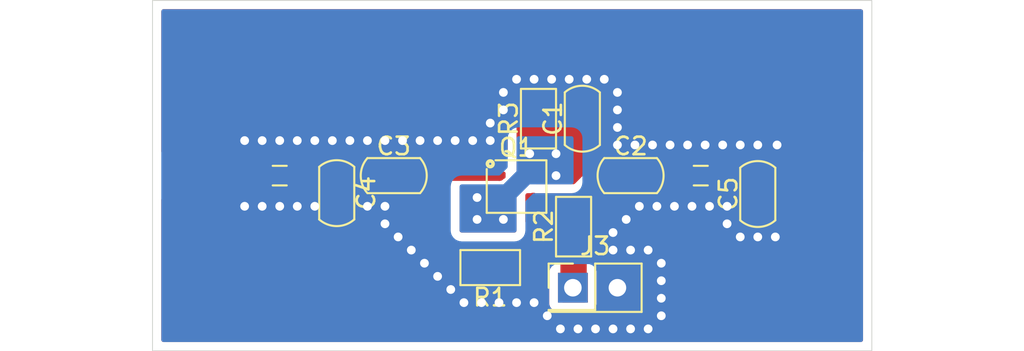
<source format=kicad_pcb>
(kicad_pcb (version 20241229) (generator "pcbnew") (generator_version "9.0")
  (layers (0 "F.Cu" signal) (2 "B.Cu" power) (13 "F.Paste" user) (15 "B.Paste" user) (5 "F.SilkS" user "F.Silkscreen") (7 "B.SilkS" user "B.Silkscreen") (1 "F.Mask" user) (3 "B.Mask" user) (25 "Edge.Cuts" user))
  (net 0 "")
  (net 1 "GND")
  (net 2 "/EMITTER")
  (net 3 "Net-(C2-Pad2)")
  (net 4 "Net-(Q1-C)")
  (net 5 "Net-(Q1-B)")
  (net 6 "Net-(C3-Pad1)")
  (net 7 "Net-(J1-In)")
  (net 8 "Net-(J2-In)")
  (net 9 "5V")
  (footprint "PCM_Capacitor_SMD_AKL:C_0805_2012Metric" (layer "F.Cu") (at 126.25 80)
    (property "Reference" "C3" (at 0 -1.68 0) (layer "F.SilkS"))
    (property "Value" "C_0805" (hide yes))
    (fp_line (start -1.5 1) (end 1.5 1) (stroke (width 0.12)) (layer "F.SilkS"))
    (fp_line (start 1.5 -1) (end -1.5 -1) (stroke (width 0.12)) (layer "F.SilkS"))
    (fp_arc (start -1.5 1) (mid -1.880894 0) (end -1.5 -1) (stroke (width 0.12)) (layer "F.SilkS"))
    (fp_arc (start 1.5 -1) (mid 1.880894 0) (end 1.5 1) (stroke (width 0.12)) (layer "F.SilkS"))
    (pad "1" smd roundrect (at -0.95 0) (size 1 1.45) (layers "F.Cu" "F.Mask" "F.Paste") (net 6 "Net-(C3-Pad1)"))
    (pad "2" smd roundrect (at 0.95 0) (size 1 1.45) (layers "F.Cu" "F.Mask" "F.Paste") (net 5 "Net-(Q1-B)"))
  )
  (footprint "Connector_PinHeader_2.54mm:PinHeader_2x01_P2.54mm_Vertical" (layer "F.Cu") (at 136.46 86.4)
    (property "Reference" "J3" (at 1.27 -2.38 0) (layer "F.SilkS"))
    (property "Value" "Socket_01x02")
    (fp_line (start -1.38 -1.38) (end 0 -1.38) (stroke (width 0.12)) (layer "F.SilkS"))
    (fp_line (start -1.38 0) (end -1.38 -1.38) (stroke (width 0.12)) (layer "F.SilkS"))
    (fp_line (start -1.38 1.27) (end -1.38 1.38) (stroke (width 0.12)) (layer "F.SilkS"))
    (fp_line (start -1.38 1.27) (end 1.27 1.27) (stroke (width 0.12)) (layer "F.SilkS"))
    (fp_line (start -1.38 1.38) (end 3.92 1.38) (stroke (width 0.12)) (layer "F.SilkS"))
    (fp_line (start 1.27 -1.38) (end 3.92 -1.38) (stroke (width 0.12)) (layer "F.SilkS"))
    (fp_line (start 1.27 1.27) (end 1.27 -1.38) (stroke (width 0.12)) (layer "F.SilkS"))
    (fp_line (start 3.92 -1.38) (end 3.92 1.38) (stroke (width 0.12)) (layer "F.SilkS"))
    (pad "1" thru_hole rect (at 0 0) (size 1.7 1.7) (drill 1) (layers "*.Cu" "*.Mask") (net 9 "5V"))
    (pad "2" thru_hole circle (at 2.54 0) (size 1.7 1.7) (drill 1) (layers "*.Cu" "*.Mask") (net 1 "GND"))
  )
  (footprint "PCM_SparkFun-Connector:SMA_Edge_8mm" (layer "F.Cu") (at 150.75 80 -90)
    (property "Reference" "J1")
    (property "Value" "SMA_Edge")
    (pad "1" smd rect (at 0 0 270) (size 1.5 4) (layers "F.Cu" "F.Mask") (net 7 "Net-(J1-In)"))
    (pad "2" smd rect (at -2.54 0 270) (size 1.5 4) (layers "F.Cu" "F.Mask") (net 1 "GND"))
    (pad "2" smd rect (at -2.54 0 270) (size 1.5 4) (layers "B.Cu" "B.Mask") (net 1 "GND"))
    (pad "2" smd rect (at 2.54 0 270) (size 1.5 4) (layers "F.Cu" "F.Mask") (net 1 "GND"))
    (pad "2" smd rect (at 2.54 0 270) (size 1.5 4) (layers "B.Cu" "B.Mask") (net 1 "GND"))
  )
  (footprint "PCM_Resistor_SMD_AKL:R_0805_2012Metric" (layer "F.Cu") (at 134.5 76.75 90)
    (property "Reference" "R3" (at 0 -1.7 90) (layer "F.SilkS"))
    (property "Value" "R_0805" (hide yes))
    (fp_line (start 1.7 -1) (end -1.7 -1) (stroke (width 0.12)) (layer "F.SilkS"))
    (fp_line (start -1.7 -1) (end -1.7 1) (stroke (width 0.12)) (layer "F.SilkS"))
    (fp_line (start 1.7 1) (end 1.7 -1) (stroke (width 0.12)) (layer "F.SilkS"))
    (fp_line (start -1.7 1) (end 1.7 1) (stroke (width 0.12)) (layer "F.SilkS"))
    (pad "1" smd roundrect (at -0.9125 0 90) (size 1.025 1.4) (layers "F.Cu" "F.Mask" "F.Paste") (roundrect_rratio 0.243902) (net 2 "/EMITTER"))
    (pad "2" smd roundrect (at 0.9125 0 90) (size 1.025 1.4) (layers "F.Cu" "F.Mask" "F.Paste") (roundrect_rratio 0.243902) (net 1 "GND"))
  )
  (footprint "PCM_Resistor_SMD_AKL:R_0805_2012Metric" (layer "F.Cu") (at 131.75 85.25 180)
    (property "Reference" "R1" (at 0 -1.7 0) (layer "F.SilkS"))
    (property "Value" "R_0805" (hide yes))
    (fp_line (start 1.7 1) (end 1.7 -1) (stroke (width 0.12)) (layer "F.SilkS"))
    (fp_line (start 1.7 -1) (end -1.7 -1) (stroke (width 0.12)) (layer "F.SilkS"))
    (fp_line (start -1.7 1) (end 1.7 1) (stroke (width 0.12)) (layer "F.SilkS"))
    (fp_line (start -1.7 -1) (end -1.7 1) (stroke (width 0.12)) (layer "F.SilkS"))
    (pad "1" smd roundrect (at -0.9125 0 180) (size 1.025 1.4) (layers "F.Cu" "F.Mask" "F.Paste") (roundrect_rratio 0.243902) (net 4 "Net-(Q1-C)"))
    (pad "2" smd roundrect (at 0.9125 0 180) (size 1.025 1.4) (layers "F.Cu" "F.Mask" "F.Paste") (roundrect_rratio 0.243902) (net 5 "Net-(Q1-B)"))
  )
  (footprint "PCM_Capacitor_SMD_AKL:C_0805_2012Metric" (layer "F.Cu") (at 139.75 80)
    (property "Reference" "C2" (at 0 -1.68 0) (layer "F.SilkS"))
    (property "Value" "C_0805" (hide yes))
    (fp_line (start -1.5 1) (end 1.5 1) (stroke (width 0.12)) (layer "F.SilkS"))
    (fp_line (start 1.5 -1) (end -1.5 -1) (stroke (width 0.12)) (layer "F.SilkS"))
    (fp_arc (start -1.5 1) (mid -1.880894 0) (end -1.5 -1) (stroke (width 0.12)) (layer "F.SilkS"))
    (fp_arc (start 1.5 -1) (mid 1.880894 0) (end 1.5 1) (stroke (width 0.12)) (layer "F.SilkS"))
    (pad "1" smd roundrect (at -0.95 0) (size 1 1.45) (layers "F.Cu" "F.Mask" "F.Paste") (net 4 "Net-(Q1-C)"))
    (pad "2" smd roundrect (at 0.95 0) (size 1 1.45) (layers "F.Cu" "F.Mask" "F.Paste") (net 3 "Net-(C2-Pad2)"))
  )
  (footprint "PCM_Capacitor_SMD_AKL:C_0805_2012Metric" (layer "F.Cu") (at 137 76.75 90)
    (property "Reference" "C1" (at 0 -1.68 90) (layer "F.SilkS"))
    (property "Value" "C_0805" (hide yes))
    (fp_line (start 1.5 -1) (end -1.5 -1) (stroke (width 0.12)) (layer "F.SilkS"))
    (fp_line (start -1.5 1) (end 1.5 1) (stroke (width 0.12)) (layer "F.SilkS"))
    (fp_arc (start 1.5 -1) (mid 1.880894 0) (end 1.5 1) (stroke (width 0.12)) (layer "F.SilkS"))
    (fp_arc (start -1.5 1) (mid -1.880894 0) (end -1.5 -1) (stroke (width 0.12)) (layer "F.SilkS"))
    (pad "1" smd roundrect (at -0.95 0 90) (size 1 1.45) (layers "F.Cu" "F.Mask" "F.Paste") (net 2 "/EMITTER"))
    (pad "2" smd roundrect (at 0.95 0 90) (size 1 1.45) (layers "F.Cu" "F.Mask" "F.Paste") (net 1 "GND"))
  )
  (footprint "PCM_Capacitor_SMD_AKL:C_0805_2012Metric" (layer "F.Cu") (at 123 81 -90)
    (property "Reference" "C4" (at 0 -1.68 90) (layer "F.SilkS"))
    (property "Value" "C_0805" (hide yes))
    (fp_line (start -1.5 1) (end 1.5 1) (stroke (width 0.12)) (layer "F.SilkS"))
    (fp_line (start 1.5 -1) (end -1.5 -1) (stroke (width 0.12)) (layer "F.SilkS"))
    (fp_arc (start -1.5 1) (mid -1.880894 0) (end -1.5 -1) (stroke (width 0.12)) (layer "F.SilkS"))
    (fp_arc (start 1.5 -1) (mid 1.880894 0) (end 1.5 1) (stroke (width 0.12)) (layer "F.SilkS"))
    (pad "1" smd roundrect (at -0.95 0 270) (size 1 1.45) (layers "F.Cu" "F.Mask" "F.Paste") (net 6 "Net-(C3-Pad1)"))
    (pad "2" smd roundrect (at 0.95 0 270) (size 1 1.45) (layers "F.Cu" "F.Mask" "F.Paste") (net 1 "GND"))
  )
  (footprint "PCM_SparkFun-Coil:0805" (layer "F.Cu") (at 119.75 80)
    (property "Reference" "L2")
    (property "Value" "L_0805")
    (fp_line (start -0.399622 -0.56) (end 0.399622 -0.56) (stroke (width 0.12)) (layer "F.SilkS"))
    (fp_line (start -0.399622 0.56) (end 0.399622 0.56) (stroke (width 0.12)) (layer "F.SilkS"))
    (pad "1" smd roundrect (at -1.0625 0) (size 0.875 1.2) (layers "F.Cu" "F.Mask" "F.Paste") (net 8 "Net-(J2-In)"))
    (pad "2" smd roundrect (at 1.0625 0) (size 0.875 1.2) (layers "F.Cu" "F.Mask" "F.Paste") (net 6 "Net-(C3-Pad1)"))
  )
  (footprint "PCM_Package_TO_SOT_SMD_AKL:SOT-343_SC-70-4" (layer "F.Cu") (at 133.25 80.625)
    (property "Reference" "Q1" (at 0 -2.23 0) (layer "F.SilkS"))
    (property "Value" "BFP460" (hide yes))
    (fp_line (start -1.7 -1) (end -1.7 1.5) (stroke (width 0.12)) (layer "F.SilkS"))
    (fp_line (start -1.7 1.5) (end 1.7 1.5) (stroke (width 0.12)) (layer "F.SilkS"))
    (fp_line (start 1.7 -1.5) (end -1.2 -1.5) (stroke (width 0.12)) (layer "F.SilkS"))
    (fp_line (start 1.7 1.5) (end 1.7 -1.5) (stroke (width 0.12)) (layer "F.SilkS"))
    (fp_circle (center -1.5 -1.3) (end -1.4365 -1.3) (stroke (width 0.2)) (fill no) (layer "F.SilkS"))
    (pad "1" smd roundrect (at -0.95 -0.65) (size 0.65 0.4) (layers "F.Cu" "F.Mask" "F.Paste") (net 5 "Net-(Q1-B)"))
    (pad "2" smd roundrect (at -0.95 0.65) (size 0.65 0.4) (layers "F.Cu" "F.Mask" "F.Paste") (net 2 "/EMITTER"))
    (pad "3" smd roundrect (at 0.95 0.65) (size 0.65 0.4) (layers "F.Cu" "F.Mask" "F.Paste") (net 4 "Net-(Q1-C)"))
    (pad "4" smd roundrect (at 0.95 -0.65) (size 0.65 0.4) (layers "F.Cu" "F.Mask" "F.Paste") (net 2 "/EMITTER"))
  )
  (footprint "PCM_Capacitor_SMD_AKL:C_0805_2012Metric" (layer "F.Cu") (at 147 81.05 90)
    (property "Reference" "C5" (at 0 -1.68 90) (layer "F.SilkS"))
    (property "Value" "C_0805" (hide yes))
    (fp_line (start 1.5 -1) (end -1.5 -1) (stroke (width 0.12)) (layer "F.SilkS"))
    (fp_line (start -1.5 1) (end 1.5 1) (stroke (width 0.12)) (layer "F.SilkS"))
    (fp_arc (start 1.5 -1) (mid 1.880894 0) (end 1.5 1) (stroke (width 0.12)) (layer "F.SilkS"))
    (fp_arc (start -1.5 1) (mid -1.880894 0) (end -1.5 -1) (stroke (width 0.12)) (layer "F.SilkS"))
    (pad "1" smd roundrect (at -0.95 0 90) (size 1 1.45) (layers "F.Cu" "F.Mask" "F.Paste") (net 1 "GND"))
    (pad "2" smd roundrect (at 0.95 0 90) (size 1 1.45) (layers "F.Cu" "F.Mask" "F.Paste") (net 7 "Net-(J1-In)"))
  )
  (footprint "PCM_Resistor_SMD_AKL:R_0805_2012Metric" (layer "F.Cu") (at 136.5 82.9125 90)
    (property "Reference" "R2" (at 0 -1.7 90) (layer "F.SilkS"))
    (property "Value" "R_0805" (hide yes))
    (fp_line (start 1.7 -1) (end -1.7 -1) (stroke (width 0.12)) (layer "F.SilkS"))
    (fp_line (start -1.7 -1) (end -1.7 1) (stroke (width 0.12)) (layer "F.SilkS"))
    (fp_line (start 1.7 1) (end 1.7 -1) (stroke (width 0.12)) (layer "F.SilkS"))
    (fp_line (start -1.7 1) (end 1.7 1) (stroke (width 0.12)) (layer "F.SilkS"))
    (pad "1" smd roundrect (at -0.9125 0 90) (size 1.025 1.4) (layers "F.Cu" "F.Mask" "F.Paste") (roundrect_rratio 0.243902) (net 9 "5V"))
    (pad "2" smd roundrect (at 0.9125 0 90) (size 1.025 1.4) (layers "F.Cu" "F.Mask" "F.Paste") (roundrect_rratio 0.243902) (net 4 "Net-(Q1-C)"))
  )
  (footprint "PCM_SparkFun-Connector:SMA_Edge_8mm" (layer "F.Cu") (at 115.25 80 90)
    (property "Reference" "J2")
    (property "Value" "SMA_Edge")
    (pad "1" smd rect (at 0 0 90) (size 1.5 4) (layers "F.Cu" "F.Mask") (net 8 "Net-(J2-In)"))
    (pad "2" smd rect (at -2.54 0 90) (size 1.5 4) (layers "F.Cu" "F.Mask") (net 1 "GND"))
    (pad "2" smd rect (at -2.54 0 90) (size 1.5 4) (layers "B.Cu" "B.Mask") (net 1 "GND"))
    (pad "2" smd rect (at 2.54 0 90) (size 1.5 4) (layers "F.Cu" "F.Mask") (net 1 "GND"))
    (pad "2" smd rect (at 2.54 0 90) (size 1.5 4) (layers "B.Cu" "B.Mask") (net 1 "GND"))
  )
  (footprint "PCM_SparkFun-Coil:0805" (layer "F.Cu") (at 143.75 80)
    (property "Reference" "L3")
    (property "Value" "L_0805")
    (fp_line (start -0.399622 -0.56) (end 0.399622 -0.56) (stroke (width 0.12)) (layer "F.SilkS"))
    (fp_line (start -0.399622 0.56) (end 0.399622 0.56) (stroke (width 0.12)) (layer "F.SilkS"))
    (pad "1" smd roundrect (at -1.0625 0) (size 0.875 1.2) (layers "F.Cu" "F.Mask" "F.Paste") (net 3 "Net-(C2-Pad2)"))
    (pad "2" smd roundrect (at 1.0625 0) (size 0.875 1.2) (layers "F.Cu" "F.Mask" "F.Paste") (net 7 "Net-(J1-In)"))
  )
  (gr_rect (start 112.5 70) (end 153.5 90) (stroke (width 0.05)) (fill no) (layer "Edge.Cuts"))
  (via (at 128.75 78) (size 0.8) (drill 0.5) (layers "F.Cu" "B.Cu") (net 1))
  (via (at 144 78.25) (size 0.8) (drill 0.5) (layers "F.Cu" "B.Cu") (net 1))
  (via (at 139.75 84.25) (size 0.8) (drill 0.5) (layers "F.Cu" "B.Cu") (net 1))
  (via (at 145.25 82.75) (size 0.8) (drill 0.5) (layers "F.Cu" "B.Cu") (net 1))
  (via (at 145.25 81.75) (size 0.8) (drill 0.5) (layers "F.Cu" "B.Cu") (net 1))
  (via (at 125.75 78) (size 0.8) (drill 0.5) (layers "F.Cu" "B.Cu") (net 1))
  (via (at 123.75 78) (size 0.8) (drill 0.5) (layers "F.Cu" "B.Cu") (net 1))
  (via (at 119.75 78) (size 0.8) (drill 0.5) (layers "F.Cu" "B.Cu") (net 1))
  (via (at 143 78.25) (size 0.8) (drill 0.5) (layers "F.Cu" "B.Cu") (net 1))
  (via (at 120.75 78) (size 0.8) (drill 0.5) (layers "F.Cu" "B.Cu") (net 1))
  (via (at 129.75 78) (size 0.8) (drill 0.5) (layers "F.Cu" "B.Cu") (net 1))
  (via (at 146 78.25) (size 0.8) (drill 0.5) (layers "F.Cu" "B.Cu") (net 1))
  (via (at 130.75 78) (size 0.8) (drill 0.5) (layers "F.Cu" "B.Cu") (net 1))
  (via (at 140.75 84.25) (size 0.8) (drill 0.5) (layers "F.Cu" "B.Cu") (net 1))
  (via (at 146 83.5) (size 0.8) (drill 0.5) (layers "F.Cu" "B.Cu") (net 1))
  (via (at 130.25 87.25) (size 0.8) (drill 0.5) (layers "F.Cu" "B.Cu") (net 1))
  (via (at 138.75 88.75) (size 0.8) (drill 0.5) (layers "F.Cu" "B.Cu") (net 1))
  (via (at 120.75 81.75) (size 0.8) (drill 0.5) (layers "F.Cu" "B.Cu") (net 1))
  (via (at 117.75 78) (size 0.8) (drill 0.5) (layers "F.Cu" "B.Cu") (net 1))
  (via (at 140.75 88.75) (size 0.8) (drill 0.5) (layers "F.Cu" "B.Cu") (net 1))
  (via (at 135.75 88.75) (size 0.8) (drill 0.5) (layers "F.Cu" "B.Cu") (net 1))
  (via (at 129.5 86.5) (size 0.8) (drill 0.5) (layers "F.Cu" "B.Cu") (net 1))
  (via (at 126.5 83.5) (size 0.8) (drill 0.5) (layers "F.Cu" "B.Cu") (net 1))
  (via (at 124.75 78) (size 0.8) (drill 0.5) (layers "F.Cu" "B.Cu") (net 1))
  (via (at 142 78.25) (size 0.8) (drill 0.5) (layers "F.Cu" "B.Cu") (net 1))
  (via (at 139 76.25) (size 0.8) (drill 0.5) (layers "F.Cu" "B.Cu") (net 1))
  (via (at 143.25 81.75) (size 0.8) (drill 0.5) (layers "F.Cu" "B.Cu") (net 1))
  (via (at 138.75 84.25) (size 0.8) (drill 0.5) (layers "F.Cu" "B.Cu") (net 1))
  (via (at 134.25 74.5) (size 0.8) (drill 0.5) (layers "F.Cu" "B.Cu") (net 1))
  (via (at 147 78.25) (size 0.8) (drill 0.5) (layers "F.Cu" "B.Cu") (net 1))
  (via (at 141.5 86) (size 0.8) (drill 0.5) (layers "F.Cu" "B.Cu") (net 1))
  (via (at 131.25 87.25) (size 0.8) (drill 0.5) (layers "F.Cu" "B.Cu") (net 1))
  (via (at 118.75 78) (size 0.8) (drill 0.5) (layers "F.Cu" "B.Cu") (net 1))
  (via (at 140 78.25) (size 0.8) (drill 0.5) (layers "F.Cu" "B.Cu") (net 1))
  (via (at 140.25 81.75) (size 0.8) (drill 0.5) (layers "F.Cu" "B.Cu") (net 1))
  (via (at 126.75 78) (size 0.8) (drill 0.5) (layers "F.Cu" "B.Cu") (net 1))
  (via (at 139 75.25) (size 0.8) (drill 0.5) (layers "F.Cu" "B.Cu") (net 1))
  (via (at 128 85) (size 0.8) (drill 0.5) (layers "F.Cu" "B.Cu") (net 1))
  (via (at 136.25 74.5) (size 0.8) (drill 0.5) (layers "F.Cu" "B.Cu") (net 1))
  (via (at 119.75 81.75) (size 0.8) (drill 0.5) (layers "F.Cu" "B.Cu") (net 1))
  (via (at 141.5 88) (size 0.8) (drill 0.5) (layers "F.Cu" "B.Cu") (net 1))
  (via (at 141 78.25) (size 0.8) (drill 0.5) (layers "F.Cu" "B.Cu") (net 1))
  (via (at 147 83.5) (size 0.8) (drill 0.5) (layers "F.Cu" "B.Cu") (net 1))
  (via (at 118.75 81.75) (size 0.8) (drill 0.5) (layers "F.Cu" "B.Cu") (net 1))
  (via (at 141.5 85) (size 0.8) (drill 0.5) (layers "F.Cu" "B.Cu") (net 1))
  (via (at 148.1 78.25) (size 0.8) (drill 0.5) (layers "F.Cu" "B.Cu") (net 1))
  (via (at 131.75 78) (size 0.8) (drill 0.5) (layers "F.Cu" "B.Cu") (net 1))
  (via (at 138.75 83.25) (size 0.8) (drill 0.5) (layers "F.Cu" "B.Cu") (net 1))
  (via (at 121.75 78) (size 0.8) (drill 0.5) (layers "F.Cu" "B.Cu") (net 1))
  (via (at 125.75 81.75) (size 0.8) (drill 0.5) (layers "F.Cu" "B.Cu") (net 1))
  (via (at 131.75 77) (size 0.8) (drill 0.5) (layers "F.Cu" "B.Cu") (net 1))
  (via (at 139.5 82.5) (size 0.8) (drill 0.5) (layers "F.Cu" "B.Cu") (net 1))
  (via (at 135 88) (size 0.8) (drill 0.5) (layers "F.Cu" "B.Cu") (net 1))
  (via (at 117.75 81.75) (size 0.8) (drill 0.5) (layers "F.Cu" "B.Cu") (net 1))
  (via (at 128.75 85.75) (size 0.8) (drill 0.5) (layers "F.Cu" "B.Cu") (net 1))
  (via (at 127.25 84.25) (size 0.8) (drill 0.5) (layers "F.Cu" "B.Cu") (net 1))
  (via (at 135.25 74.5) (size 0.8) (drill 0.5) (layers "F.Cu" "B.Cu") (net 1))
  (via (at 132.25 87.25) (size 0.8) (drill 0.5) (layers "F.Cu" "B.Cu") (net 1))
  (via (at 141.5 87) (size 0.8) (drill 0.5) (layers "F.Cu" "B.Cu") (net 1))
  (via (at 142.25 81.75) (size 0.8) (drill 0.5) (layers "F.Cu" "B.Cu") (net 1))
  (via (at 136.75 88.75) (size 0.8) (drill 0.5) (layers "F.Cu" "B.Cu") (net 1))
  (via (at 132.5 75.25) (size 0.8) (drill 0.5) (layers "F.Cu" "B.Cu") (net 1))
  (via (at 139 77.25) (size 0.8) (drill 0.5) (layers "F.Cu" "B.Cu") (net 1))
  (via (at 139 78.25) (size 0.8) (drill 0.5) (layers "F.Cu" "B.Cu") (net 1))
  (via (at 145 78.25) (size 0.8) (drill 0.5) (layers "F.Cu" "B.Cu") (net 1))
  (via (at 132.5 76.25) (size 0.8) (drill 0.5) (layers "F.Cu" "B.Cu") (net 1))
  (via (at 121.75 81.75) (size 0.8) (drill 0.5) (layers "F.Cu" "B.Cu") (net 1))
  (via (at 141.25 81.75) (size 0.8) (drill 0.5) (layers "F.Cu" "B.Cu") (net 1))
  (via (at 133.25 87.25) (size 0.8) (drill 0.5) (layers "F.Cu" "B.Cu") (net 1))
  (via (at 139.75 88.75) (size 0.8) (drill 0.5) (layers "F.Cu" "B.Cu") (net 1))
  (via (at 122.75 78) (size 0.8) (drill 0.5) (layers "F.Cu" "B.Cu") (net 1))
  (via (at 148 83.5) (size 0.8) (drill 0.5) (layers "F.Cu" "B.Cu") (net 1))
  (via (at 144.25 81.75) (size 0.8) (drill 0.5) (layers "F.Cu" "B.Cu") (net 1))
  (via (at 134.25 87.25) (size 0.8) (drill 0.5) (layers "F.Cu" "B.Cu") (net 1))
  (via (at 124.75 81.75) (size 0.8) (drill 0.5) (layers "F.Cu" "B.Cu") (net 1))
  (via (at 137.25 74.5) (size 0.8) (drill 0.5) (layers "F.Cu" "B.Cu") (net 1))
  (via (at 125.75 82.75) (size 0.8) (drill 0.5) (layers "F.Cu" "B.Cu") (net 1))
  (via (at 138.25 74.5) (size 0.8) (drill 0.5) (layers "F.Cu" "B.Cu") (net 1))
  (via (at 133.25 74.5) (size 0.8) (drill 0.5) (layers "F.Cu" "B.Cu") (net 1))
  (via (at 137.75 88.75) (size 0.8) (drill 0.5) (layers "F.Cu" "B.Cu") (net 1))
  (via (at 127.75 78) (size 0.8) (drill 0.5) (layers "F.Cu" "B.Cu") (net 1))
  (via (at 135.5 80) (size 0.8) (drill 0.5) (layers "F.Cu" "B.Cu") (net 2))
  (via (at 131 81.25) (size 0.8) (drill 0.5) (layers "F.Cu" "B.Cu") (net 2))
  (via (at 132.5 82.5) (size 0.8) (drill 0.5) (layers "F.Cu" "B.Cu") (net 2))
  (via (at 135.5 78.75) (size 0.8) (drill 0.5) (layers "F.Cu" "B.Cu") (net 2))
  (via (at 134 78.75) (size 0.8) (drill 0.5) (layers "F.Cu" "B.Cu") (net 2))
  (via (at 131 82.5) (size 0.8) (drill 0.5) (layers "F.Cu" "B.Cu") (net 2))
  (segment (start 140.7 80) (end 142.6875 80) (width 0.6) (layer "F.Cu") (net 3))
  (segment (start 134.2 83.4625) (end 134.2 81.275) (width 0.6) (layer "F.Cu") (net 4))
  (segment (start 132.6625 85.25) (end 132.6625 85) (width 0.6) (layer "F.Cu") (net 4))
  (segment (start 132.6625 85) (end 134.2 83.4625) (width 0.6) (layer "F.Cu") (net 4))
  (segment (start 127.2 80) (end 132.275 80) (width 0.6) (layer "F.Cu") (net 5))
  (segment (start 130 85.25) (end 127.2 82.45) (width 0.6) (layer "F.Cu") (net 5))
  (segment (start 132.275 80) (end 132.3 79.975) (width 0.6) (layer "F.Cu") (net 5))
  (segment (start 130.8375 85.25) (end 130 85.25) (width 0.6) (layer "F.Cu") (net 5))
  (segment (start 127.2 82.45) (end 127.2 80) (width 0.6) (layer "F.Cu") (net 5))
  (segment (start 121 80.0625) (end 120.9375 80) (width 0.6) (layer "F.Cu") (net 6))
  (segment (start 120.9375 80) (end 120.8125 80) (width 0.6) (layer "F.Cu") (net 6))
  (segment (start 120.8125 80) (end 122.95 80) (width 0.6) (layer "F.Cu") (net 6))
  (segment (start 123 80.05) (end 125.25 80.05) (width 0.6) (layer "F.Cu") (net 6))
  (segment (start 125.25 80.05) (end 125.3 80) (width 0.6) (layer "F.Cu") (net 6))
  (segment (start 122.95 80) (end 123 80.05) (width 0.6) (layer "F.Cu") (net 6))
  (segment (start 144.8125 80) (end 150.75 80) (width 0.6) (layer "F.Cu") (net 7))
  (segment (start 115.25 80) (end 118.6875 80) (width 0.6) (layer "F.Cu") (net 8))
  (zone (net 4) (net_name "Net-(Q1-C)") (layer "F.Cu") (priority 3) (connect_pads yes (clearance 0.5)) (min_thickness 0.25) (fill yes (thermal_gap 0.5) (thermal_bridge_width 0.5))
    (polygon (pts (xy 133.75 81) (xy 133.75 82.75) (xy 137.5 82.75) (xy 139.5 80.972222) (xy 139.5 79.25) (xy 138.25 79.25) (xy 138.25 79.5) (xy 136.75 81)))
  )
  (zone (net 0) (net_name "") (layer "F.Cu") (connect_pads yes (clearance 0)) (min_thickness 0.25)
    (keepout (tracks allowed) (vias allowed) (pads allowed) (copperpour not_allowed) (footprints allowed))
    (fill (thermal_gap 0.5) (thermal_bridge_width 0.5))
    (polygon (pts (xy 152.25 78.75) (xy 152.25 81.25) (xy 139.5 81.25) (xy 139.5 78.75)))
  )
  (zone (net 0) (net_name "") (layer "F.Cu") (connect_pads yes (clearance 0)) (min_thickness 0.25)
    (keepout (tracks allowed) (vias allowed) (pads allowed) (copperpour not_allowed) (footprints allowed))
    (fill (thermal_gap 0.5) (thermal_bridge_width 0.5))
    (polygon (pts (xy 113 78.75) (xy 113 81.25) (xy 130 81.25) (xy 130 80.5) (xy 132.75 80.5) (xy 132.75 78.75)))
  )
  (zone (net 2) (net_name "/EMITTER") (layer "F.Cu") (priority 1) (connect_pads yes (clearance 0.5)) (min_thickness 0.25) (fill yes (thermal_gap 0.5) (thermal_bridge_width 0.5) (island_removal_mode 1) (island_area_min 10))
    (polygon (pts (xy 137.75 80.5) (xy 137.75 77) (xy 133.25 77) (xy 133.25 80.5)))
  )
  (zone (net 9) (net_name "5V") (layer "F.Cu") (priority 4) (connect_pads yes (clearance 0.5)) (min_thickness 0.25) (fill yes (thermal_gap 0.5) (thermal_bridge_width 0.5))
    (polygon (pts (xy 135.75 83.25) (xy 137.25 83.25) (xy 137.25 87.25) (xy 135.75 87.25)))
  )
  (zone (net 2) (net_name "/EMITTER") (layer "F.Cu") (priority 1) (connect_pads yes (clearance 0.5)) (min_thickness 0.25) (fill yes (thermal_gap 0.5) (thermal_bridge_width 0.5) (island_removal_mode 1) (island_area_min 10))
    (polygon (pts (xy 130 80.75) (xy 130 83.25) (xy 133.25 83.25) (xy 133.25 80.75)))
  )
  (zone (net 1) (net_name "GND") (layers "F.Cu" "B.Cu") (connect_pads yes (clearance 0.5)) (min_thickness 0.25) (fill yes (thermal_gap 0.5) (thermal_bridge_width 0.5))
    (polygon (pts (xy 113 70) (xy 113 90) (xy 153 90) (xy 153 70)))
  )
  (zone (net 2) (net_name "/EMITTER") (layer "B.Cu") (priority 2) (connect_pads (clearance 0.5)) (min_thickness 0.25) (fill yes (thermal_gap 0.5) (thermal_bridge_width 0.5) (island_removal_mode 1) (island_area_min 10))
    (polygon (pts (xy 133.25 77.75) (xy 136.5 77.75) (xy 136.5 80.5) (xy 134 80.5) (xy 133.25 81.25) (xy 133.25 83.25) (xy 130 83.25) (xy 130 80.5) (xy 132.5 80.5) (xy 133.25 79.75)))
  )
)
</source>
